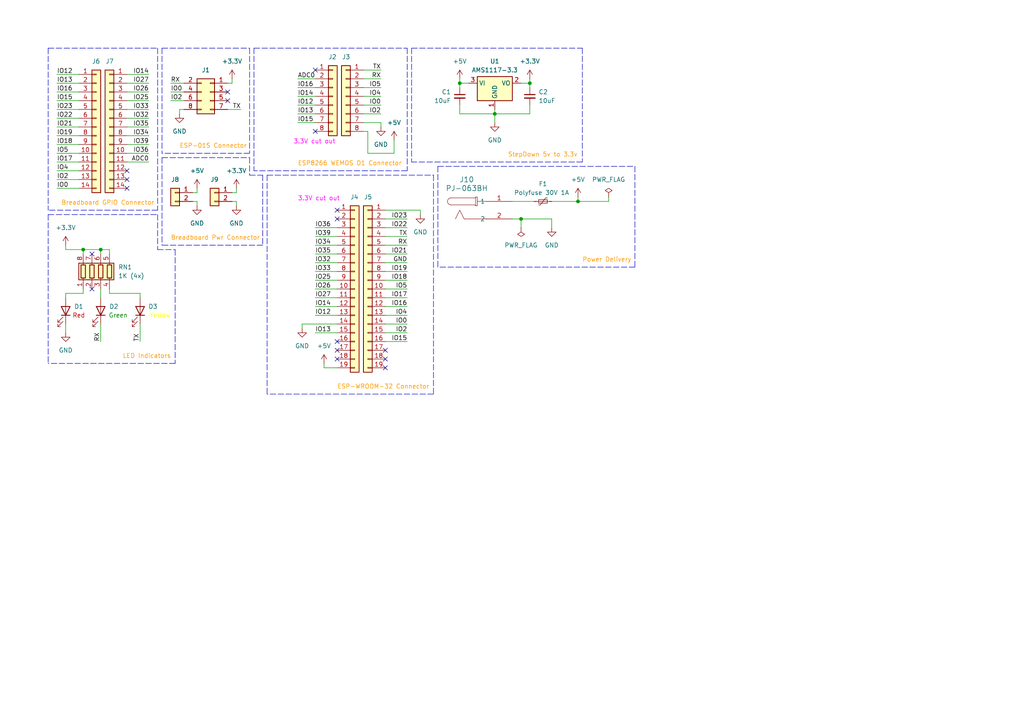
<source format=kicad_sch>
(kicad_sch (version 20230121) (generator eeschema)
  (paper "A4")
  (title_block (title "ESP Breadboard Expander") (date "2023-12-15") (rev "v2.0"))
  (lib_symbols
    (symbol "Adam_Custom_Symbol_CUI_Devices_PJ-063BH:PJ-063BH" (pin_names (offset 0.254))
      (property "Reference" "J" (at -10.16 7.62 0))
      (property "Value" "PJ-063BH" (at -12.7 5.08 0))
      (symbol "PJ-063BH_0_1"
        (arc (start -17.78 1.016) (mid -18.7916 0) (end -17.78 -1.016) (stroke (width 0.127)))
        (polyline (pts (xy -15.24 -2.54) (xy -16.51 -5.08)) (stroke (width 0.127)))
        (polyline (pts (xy -13.97 -5.08) (xy -15.24 -2.54)) (stroke (width 0.127)))
        (polyline (pts (xy -10.668 -1.27) (xy -10.16 -1.27)) (stroke (width 0.127)))
        (polyline (pts (xy -10.668 -1.016) (xy -17.78 -1.016)) (stroke (width 0.127)))
        (polyline (pts (xy -10.668 1.016) (xy -17.78 1.016)) (stroke (width 0.127)))
        (polyline (pts (xy -10.668 1.27) (xy -10.668 -1.27)) (stroke (width 0.127)))
        (polyline (pts (xy -10.16 1.27) (xy -10.668 1.27)) (stroke (width 0.127)))
        (polyline (pts (xy -10.16 1.27) (xy -10.16 -1.27)) (stroke (width 0.127)))
        (polyline (pts (xy -7.62 -5.08) (xy -13.97 -5.08)) (stroke (width 0.127)))
        (polyline (pts (xy -7.62 0) (xy -10.16 0)) (stroke (width 0.127)))
        (pin unspecified line (at 0 0 180) (length 7.62) (name "1") (number "1"))
        (pin unspecified line (at 0 -5.08 180) (length 7.62) (name "2") (number "2"))
      )
    )
    (symbol "Connector_Generic:Conn_01x02" (pin_names (offset 1.016) hide)
      (property "Reference" "J" (at 0 2.54 0))
      (property "Value" "Conn_01x02" (at 0 -5.08 0))
      (symbol "Conn_01x02_1_1"
        (rectangle (start -1.27 -2.413) (end 0 -2.667) (stroke (width 0.1524)))
        (rectangle (start -1.27 0.127) (end 0 -0.127) (stroke (width 0.1524)))
        (rectangle (start -1.27 1.27) (end 1.27 -3.81) (stroke (width 0.254)) (fill (type background)))
        (pin passive line (at -5.08 0 0) (length 3.81) (name "Pin_1") (number "1"))
        (pin passive line (at -5.08 -2.54 0) (length 3.81) (name "Pin_2") (number "2"))
      )
    )
    (symbol "Connector_Generic:Conn_01x08" (pin_names (offset 1.016) hide)
      (property "Reference" "J" (at 0 10.16 0))
      (property "Value" "Conn_01x08" (at 0 -12.7 0))
      (symbol "Conn_01x08_1_1"
        (rectangle (start -1.27 -10.033) (end 0 -10.287) (stroke (width 0.1524)))
        (rectangle (start -1.27 -7.493) (end 0 -7.747) (stroke (width 0.1524)))
        (rectangle (start -1.27 -4.953) (end 0 -5.207) (stroke (width 0.1524)))
        (rectangle (start -1.27 -2.413) (end 0 -2.667) (stroke (width 0.1524)))
        (rectangle (start -1.27 0.127) (end 0 -0.127) (stroke (width 0.1524)))
        (rectangle (start -1.27 2.667) (end 0 2.413) (stroke (width 0.1524)))
        (rectangle (start -1.27 5.207) (end 0 4.953) (stroke (width 0.1524)))
        (rectangle (start -1.27 7.747) (end 0 7.493) (stroke (width 0.1524)))
        (rectangle (start -1.27 8.89) (end 1.27 -11.43) (stroke (width 0.254)) (fill (type background)))
        (pin passive line (at -5.08 7.62 0) (length 3.81) (name "Pin_1") (number "1"))
        (pin passive line (at -5.08 5.08 0) (length 3.81) (name "Pin_2") (number "2"))
        (pin passive line (at -5.08 2.54 0) (length 3.81) (name "Pin_3") (number "3"))
        (pin passive line (at -5.08 0 0) (length 3.81) (name "Pin_4") (number "4"))
        (pin passive line (at -5.08 -2.54 0) (length 3.81) (name "Pin_5") (number "5"))
        (pin passive line (at -5.08 -5.08 0) (length 3.81) (name "Pin_6") (number "6"))
        (pin passive line (at -5.08 -7.62 0) (length 3.81) (name "Pin_7") (number "7"))
        (pin passive line (at -5.08 -10.16 0) (length 3.81) (name "Pin_8") (number "8"))
      )
    )
    (symbol "Connector_Generic:Conn_01x14" (pin_names (offset 1.016) hide)
      (property "Reference" "J" (at 0 17.78 0))
      (property "Value" "Conn_01x14" (at 0 -20.32 0))
      (symbol "Conn_01x14_1_1"
        (rectangle (start -1.27 -17.653) (end 0 -17.907) (stroke (width 0.1524)))
        (rectangle (start -1.27 -15.113) (end 0 -15.367) (stroke (width 0.1524)))
        (rectangle (start -1.27 -12.573) (end 0 -12.827) (stroke (width 0.1524)))
        (rectangle (start -1.27 -10.033) (end 0 -10.287) (stroke (width 0.1524)))
        (rectangle (start -1.27 -7.493) (end 0 -7.747) (stroke (width 0.1524)))
        (rectangle (start -1.27 -4.953) (end 0 -5.207) (stroke (width 0.1524)))
        (rectangle (start -1.27 -2.413) (end 0 -2.667) (stroke (width 0.1524)))
        (rectangle (start -1.27 0.127) (end 0 -0.127) (stroke (width 0.1524)))
        (rectangle (start -1.27 2.667) (end 0 2.413) (stroke (width 0.1524)))
        (rectangle (start -1.27 5.207) (end 0 4.953) (stroke (width 0.1524)))
        (rectangle (start -1.27 7.747) (end 0 7.493) (stroke (width 0.1524)))
        (rectangle (start -1.27 10.287) (end 0 10.033) (stroke (width 0.1524)))
        (rectangle (start -1.27 12.827) (end 0 12.573) (stroke (width 0.1524)))
        (rectangle (start -1.27 15.367) (end 0 15.113) (stroke (width 0.1524)))
        (rectangle (start -1.27 16.51) (end 1.27 -19.05) (stroke (width 0.254)) (fill (type background)))
        (pin passive line (at -5.08 15.24 0) (length 3.81) (name "Pin_1") (number "1"))
        (pin passive line (at -5.08 -7.62 0) (length 3.81) (name "Pin_10") (number "10"))
        (pin passive line (at -5.08 -10.16 0) (length 3.81) (name "Pin_11") (number "11"))
        (pin passive line (at -5.08 -12.7 0) (length 3.81) (name "Pin_12") (number "12"))
        (pin passive line (at -5.08 -15.24 0) (length 3.81) (name "Pin_13") (number "13"))
        (pin passive line (at -5.08 -17.78 0) (length 3.81) (name "Pin_14") (number "14"))
        (pin passive line (at -5.08 12.7 0) (length 3.81) (name "Pin_2") (number "2"))
        (pin passive line (at -5.08 10.16 0) (length 3.81) (name "Pin_3") (number "3"))
        (pin passive line (at -5.08 7.62 0) (length 3.81) (name "Pin_4") (number "4"))
        (pin passive line (at -5.08 5.08 0) (length 3.81) (name "Pin_5") (number "5"))
        (pin passive line (at -5.08 2.54 0) (length 3.81) (name "Pin_6") (number "6"))
        (pin passive line (at -5.08 0 0) (length 3.81) (name "Pin_7") (number "7"))
        (pin passive line (at -5.08 -2.54 0) (length 3.81) (name "Pin_8") (number "8"))
        (pin passive line (at -5.08 -5.08 0) (length 3.81) (name "Pin_9") (number "9"))
      )
    )
    (symbol "Connector_Generic:Conn_01x19" (pin_names (offset 1.016) hide)
      (property "Reference" "J" (at 0 25.4 0))
      (property "Value" "Conn_01x19" (at 0 -25.4 0))
      (symbol "Conn_01x19_1_1"
        (rectangle (start -1.27 -22.733) (end 0 -22.987) (stroke (width 0.1524)))
        (rectangle (start -1.27 -20.193) (end 0 -20.447) (stroke (width 0.1524)))
        (rectangle (start -1.27 -17.653) (end 0 -17.907) (stroke (width 0.1524)))
        (rectangle (start -1.27 -15.113) (end 0 -15.367) (stroke (width 0.1524)))
        (rectangle (start -1.27 -12.573) (end 0 -12.827) (stroke (width 0.1524)))
        (rectangle (start -1.27 -10.033) (end 0 -10.287) (stroke (width 0.1524)))
        (rectangle (start -1.27 -7.493) (end 0 -7.747) (stroke (width 0.1524)))
        (rectangle (start -1.27 -4.953) (end 0 -5.207) (stroke (width 0.1524)))
        (rectangle (start -1.27 -2.413) (end 0 -2.667) (stroke (width 0.1524)))
        (rectangle (start -1.27 0.127) (end 0 -0.127) (stroke (width 0.1524)))
        (rectangle (start -1.27 2.667) (end 0 2.413) (stroke (width 0.1524)))
        (rectangle (start -1.27 5.207) (end 0 4.953) (stroke (width 0.1524)))
        (rectangle (start -1.27 7.747) (end 0 7.493) (stroke (width 0.1524)))
        (rectangle (start -1.27 10.287) (end 0 10.033) (stroke (width 0.1524)))
        (rectangle (start -1.27 12.827) (end 0 12.573) (stroke (width 0.1524)))
        (rectangle (start -1.27 15.367) (end 0 15.113) (stroke (width 0.1524)))
        (rectangle (start -1.27 17.907) (end 0 17.653) (stroke (width 0.1524)))
        (rectangle (start -1.27 20.447) (end 0 20.193) (stroke (width 0.1524)))
        (rectangle (start -1.27 22.987) (end 0 22.733) (stroke (width 0.1524)))
        (rectangle (start -1.27 24.13) (end 1.27 -24.13) (stroke (width 0.254)) (fill (type background)))
        (pin passive line (at -5.08 22.86 0) (length 3.81) (name "Pin_1") (number "1"))
        (pin passive line (at -5.08 0 0) (length 3.81) (name "Pin_10") (number "10"))
        (pin passive line (at -5.08 -2.54 0) (length 3.81) (name "Pin_11") (number "11"))
        (pin passive line (at -5.08 -5.08 0) (length 3.81) (name "Pin_12") (number "12"))
        (pin passive line (at -5.08 -7.62 0) (length 3.81) (name "Pin_13") (number "13"))
        (pin passive line (at -5.08 -10.16 0) (length 3.81) (name "Pin_14") (number "14"))
        (pin passive line (at -5.08 -12.7 0) (length 3.81) (name "Pin_15") (number "15"))
        (pin passive line (at -5.08 -15.24 0) (length 3.81) (name "Pin_16") (number "16"))
        (pin passive line (at -5.08 -17.78 0) (length 3.81) (name "Pin_17") (number "17"))
        (pin passive line (at -5.08 -20.32 0) (length 3.81) (name "Pin_18") (number "18"))
        (pin passive line (at -5.08 -22.86 0) (length 3.81) (name "Pin_19") (number "19"))
        (pin passive line (at -5.08 20.32 0) (length 3.81) (name "Pin_2") (number "2"))
        (pin passive line (at -5.08 17.78 0) (length 3.81) (name "Pin_3") (number "3"))
        (pin passive line (at -5.08 15.24 0) (length 3.81) (name "Pin_4") (number "4"))
        (pin passive line (at -5.08 12.7 0) (length 3.81) (name "Pin_5") (number "5"))
        (pin passive line (at -5.08 10.16 0) (length 3.81) (name "Pin_6") (number "6"))
        (pin passive line (at -5.08 7.62 0) (length 3.81) (name "Pin_7") (number "7"))
        (pin passive line (at -5.08 5.08 0) (length 3.81) (name "Pin_8") (number "8"))
        (pin passive line (at -5.08 2.54 0) (length 3.81) (name "Pin_9") (number "9"))
      )
    )
    (symbol "Connector_Generic:Conn_02x04_Odd_Even" (pin_names (offset 1.016) hide)
      (property "Reference" "J" (at 1.27 5.08 0))
      (property "Value" "Conn_02x04_Odd_Even" (at 1.27 -7.62 0))
      (symbol "Conn_02x04_Odd_Even_1_1"
        (rectangle (start -1.27 -4.953) (end 0 -5.207) (stroke (width 0.1524)))
        (rectangle (start -1.27 -2.413) (end 0 -2.667) (stroke (width 0.1524)))
        (rectangle (start -1.27 0.127) (end 0 -0.127) (stroke (width 0.1524)))
        (rectangle (start -1.27 2.667) (end 0 2.413) (stroke (width 0.1524)))
        (rectangle (start -1.27 3.81) (end 3.81 -6.35) (stroke (width 0.254)) (fill (type background)))
        (rectangle (start 3.81 -4.953) (end 2.54 -5.207) (stroke (width 0.1524)))
        (rectangle (start 3.81 -2.413) (end 2.54 -2.667) (stroke (width 0.1524)))
        (rectangle (start 3.81 0.127) (end 2.54 -0.127) (stroke (width 0.1524)))
        (rectangle (start 3.81 2.667) (end 2.54 2.413) (stroke (width 0.1524)))
        (pin passive line (at -5.08 2.54 0) (length 3.81) (name "Pin_1") (number "1"))
        (pin passive line (at 7.62 2.54 180) (length 3.81) (name "Pin_2") (number "2"))
        (pin passive line (at -5.08 0 0) (length 3.81) (name "Pin_3") (number "3"))
        (pin passive line (at 7.62 0 180) (length 3.81) (name "Pin_4") (number "4"))
        (pin passive line (at -5.08 -2.54 0) (length 3.81) (name "Pin_5") (number "5"))
        (pin passive line (at 7.62 -2.54 180) (length 3.81) (name "Pin_6") (number "6"))
        (pin passive line (at -5.08 -5.08 0) (length 3.81) (name "Pin_7") (number "7"))
        (pin passive line (at 7.62 -5.08 180) (length 3.81) (name "Pin_8") (number "8"))
      )
    )
    (symbol "Device:C_Small" (pin_numbers hide) (pin_names (offset 0.254) hide)
      (property "Reference" "C" (at 0.254 1.778 0))
      (property "Value" "C_Small" (at 0.254 -2.032 0))
      (symbol "C_Small_0_1"
        (polyline (pts (xy -1.524 -0.508) (xy 1.524 -0.508)) (stroke (width 0.3302)))
        (polyline (pts (xy -1.524 0.508) (xy 1.524 0.508)) (stroke (width 0.3048)))
      )
      (symbol "C_Small_1_1"
        (pin passive line (at 0 2.54 270) (length 2.032) (name "~") (number "1"))
        (pin passive line (at 0 -2.54 90) (length 2.032) (name "~") (number "2"))
      )
    )
    (symbol "Device:LED" (pin_numbers hide) (pin_names (offset 1.016) hide)
      (property "Reference" "D" (at 0 2.54 0))
      (property "Value" "LED" (at 0 -2.54 0))
      (symbol "LED_0_1"
        (polyline (pts (xy -1.27 -1.27) (xy -1.27 1.27)) (stroke (width 0.254)))
        (polyline (pts (xy -1.27 0) (xy 1.27 0)))
        (polyline (pts (xy 1.27 -1.27) (xy 1.27 1.27) (xy -1.27 0) (xy 1.27 -1.27)) (stroke (width 0.254)))
        (polyline (pts (xy -3.048 -0.762) (xy -4.572 -2.286) (xy -3.81 -2.286) (xy -4.572 -2.286) (xy -4.572 -1.524)))
        (polyline (pts (xy -1.778 -0.762) (xy -3.302 -2.286) (xy -2.54 -2.286) (xy -3.302 -2.286) (xy -3.302 -1.524)))
      )
      (symbol "LED_1_1"
        (pin passive line (at -3.81 0 0) (length 2.54) (name "K") (number "1"))
        (pin passive line (at 3.81 0 180) (length 2.54) (name "A") (number "2"))
      )
    )
    (symbol "Device:Polyfuse_Small" (pin_numbers hide) (pin_names (offset 0))
      (property "Reference" "F" (at -1.905 0 90))
      (property "Value" "Polyfuse_Small" (at 1.905 0 90))
      (symbol "Polyfuse_Small_0_1"
        (rectangle (start -0.508 1.27) (end 0.508 -1.27))
        (polyline (pts (xy 0 2.54) (xy 0 -2.54)))
        (polyline (pts (xy -1.016 1.27) (xy -1.016 0.762) (xy 1.016 -0.762) (xy 1.016 -1.27)))
      )
      (symbol "Polyfuse_Small_1_1"
        (pin passive line (at 0 2.54 270) (length 0.635) (name "~") (number "1"))
        (pin passive line (at 0 -2.54 90) (length 0.635) (name "~") (number "2"))
      )
    )
    (symbol "Device:R_Pack04" (pin_names (offset 0) hide)
      (property "Reference" "RN" (at -7.62 0 90))
      (property "Value" "R_Pack04" (at 5.08 0 90))
      (symbol "R_Pack04_0_1"
        (rectangle (start -6.35 -2.413) (end 3.81 2.413) (stroke (width 0.254)) (fill (type background)))
        (rectangle (start -5.715 1.905) (end -4.445 -1.905) (stroke (width 0.254)))
        (rectangle (start -3.175 1.905) (end -1.905 -1.905) (stroke (width 0.254)))
        (rectangle (start -0.635 1.905) (end 0.635 -1.905) (stroke (width 0.254)))
        (polyline (pts (xy -5.08 -2.54) (xy -5.08 -1.905)))
        (polyline (pts (xy -5.08 1.905) (xy -5.08 2.54)))
        (polyline (pts (xy -2.54 -2.54) (xy -2.54 -1.905)))
        (polyline (pts (xy -2.54 1.905) (xy -2.54 2.54)))
        (polyline (pts (xy 0 -2.54) (xy 0 -1.905)))
        (polyline (pts (xy 0 1.905) (xy 0 2.54)))
        (polyline (pts (xy 2.54 -2.54) (xy 2.54 -1.905)))
        (polyline (pts (xy 2.54 1.905) (xy 2.54 2.54)))
        (rectangle (start 1.905 1.905) (end 3.175 -1.905) (stroke (width 0.254)))
      )
      (symbol "R_Pack04_1_1"
        (pin passive line (at -5.08 -5.08 90) (length 2.54) (name "R1.1") (number "1"))
        (pin passive line (at -2.54 -5.08 90) (length 2.54) (name "R2.1") (number "2"))
        (pin passive line (at 0 -5.08 90) (length 2.54) (name "R3.1") (number "3"))
        (pin passive line (at 2.54 -5.08 90) (length 2.54) (name "R4.1") (number "4"))
        (pin passive line (at 2.54 5.08 270) (length 2.54) (name "R4.2") (number "5"))
        (pin passive line (at 0 5.08 270) (length 2.54) (name "R3.2") (number "6"))
        (pin passive line (at -2.54 5.08 270) (length 2.54) (name "R2.2") (number "7"))
        (pin passive line (at -5.08 5.08 270) (length 2.54) (name "R1.2") (number "8"))
      )
    )
    (symbol "Regulator_Linear:AMS1117-3.3"
      (property "Reference" "U" (at -3.81 3.175 0))
      (property "Value" "AMS1117-3.3" (at 0 3.175 0))
      (symbol "AMS1117-3.3_0_1"
        (rectangle (start -5.08 -5.08) (end 5.08 1.905) (stroke (width 0.254)) (fill (type background)))
      )
      (symbol "AMS1117-3.3_1_1"
        (pin power_in line (at 0 -7.62 90) (length 2.54) (name "GND") (number "1"))
        (pin power_out line (at 7.62 0 180) (length 2.54) (name "VO") (number "2"))
        (pin power_in line (at -7.62 0 0) (length 2.54) (name "VI") (number "3"))
      )
    )
    (symbol "power:+3.3V" (power) (pin_names (offset 0))
      (property "Value" "+3.3V" (at 0 3.556 0))
      (symbol "+3.3V_0_1"
        (polyline (pts (xy -0.762 1.27) (xy 0 2.54)))
        (polyline (pts (xy 0 0) (xy 0 2.54)))
        (polyline (pts (xy 0 2.54) (xy 0.762 1.27)))
      )
      (symbol "+3.3V_1_1"
        (pin power_in line (at 0 0 90) (length 0) hide (name "+3.3V") (number "1"))
      )
    )
    (symbol "power:+5V" (power) (pin_names (offset 0))
      (property "Value" "+5V" (at 0 3.556 0))
      (symbol "+5V_0_1"
        (polyline (pts (xy -0.762 1.27) (xy 0 2.54)))
        (polyline (pts (xy 0 0) (xy 0 2.54)))
        (polyline (pts (xy 0 2.54) (xy 0.762 1.27)))
      )
      (symbol "+5V_1_1"
        (pin power_in line (at 0 0 90) (length 0) hide (name "+5V") (number "1"))
      )
    )
    (symbol "power:GND" (power) (pin_names (offset 0))
      (property "Value" "GND" (at 0 -3.81 0))
      (symbol "GND_0_1"
        (polyline (pts (xy 0 0) (xy 0 -1.27) (xy 1.27 -1.27) (xy 0 -2.54) (xy -1.27 -1.27) (xy 0 -1.27)))
      )
      (symbol "GND_1_1"
        (pin power_in line (at 0 0 270) (length 0) hide (name "GND") (number "1"))
      )
    )
    (symbol "power:PWR_FLAG" (power) (pin_numbers hide) (pin_names (offset 0) hide)
      (property "Value" "PWR_FLAG" (at 0 3.81 0))
      (symbol "PWR_FLAG_0_0"
        (pin power_out line (at 0 0 90) (length 0) (name "pwr") (number "1"))
      )
      (symbol "PWR_FLAG_0_1"
        (polyline (pts (xy 0 0) (xy 0 1.27) (xy -1.016 1.905) (xy 0 2.54) (xy 1.016 1.905) (xy 0 1.27)))
      )
    )
  )
  (junction (at 153.67 24.13))
  (junction (at 143.51 33.02))
  (junction (at 24.13 72.39))
  (junction (at 29.21 72.39))
  (junction (at 167.64 58.42))
  (junction (at 151.13 63.5))
  (junction (at 133.35 24.13))
  (no_connect (at 97.79 60.96))
  (no_connect (at 26.67 73.66))
  (no_connect (at 36.83 49.53))
  (no_connect (at 26.67 83.82))
  (no_connect (at 91.44 38.1))
  (no_connect (at 91.44 20.32))
  (no_connect (at 97.79 99.06))
  (no_connect (at 97.79 101.6))
  (no_connect (at 66.04 26.67))
  (no_connect (at 111.76 106.68))
  (no_connect (at 36.83 54.61))
  (no_connect (at 97.79 63.5))
  (no_connect (at 36.83 52.07))
  (no_connect (at 111.76 104.14))
  (no_connect (at 66.04 29.21))
  (no_connect (at 97.79 104.14))
  (no_connect (at 111.76 101.6))
  (wire (pts (xy 16.51 26.67) (xy 22.86 26.67)))
  (wire (pts (xy 16.51 36.83) (xy 22.86 36.83)))
  (wire (pts (xy 87.63 93.98) (xy 87.63 95.25)))
  (wire (pts (xy 91.44 81.28) (xy 97.79 81.28)))
  (polyline (pts (xy 45.72 13.97) (xy 45.72 60.96)) (stroke (width 0) (type dash)))
  (wire (pts (xy 105.41 30.48) (xy 110.49 30.48)))
  (wire (pts (xy 29.21 93.98) (xy 29.21 99.06)))
  (wire (pts (xy 111.76 76.2) (xy 118.11 76.2)))
  (wire (pts (xy 66.04 31.75) (xy 69.85 31.75)))
  (wire (pts (xy 111.76 60.96) (xy 121.92 60.96)))
  (wire (pts (xy 111.76 81.28) (xy 118.11 81.28)))
  (wire (pts (xy 111.76 91.44) (xy 118.11 91.44)))
  (wire (pts (xy 40.64 85.09) (xy 40.64 86.36)))
  (wire (pts (xy 91.44 91.44) (xy 97.79 91.44)))
  (wire (pts (xy 67.31 58.42) (xy 68.58 58.42)))
  (wire (pts (xy 151.13 63.5) (xy 160.02 63.5)))
  (wire (pts (xy 16.51 49.53) (xy 22.86 49.53)))
  (wire (pts (xy 97.79 93.98) (xy 87.63 93.98)))
  (wire (pts (xy 52.07 31.75) (xy 53.34 31.75)))
  (wire (pts (xy 105.41 35.56) (xy 110.49 35.56)))
  (polyline (pts (xy 13.97 13.97) (xy 13.97 60.96)) (stroke (width 0) (type dash)))
  (wire (pts (xy 36.83 46.99) (xy 43.18 46.99)))
  (polyline (pts (xy 127 48.26) (xy 127 77.47)) (stroke (width 0) (type dash)))
  (polyline (pts (xy 50.8 72.39) (xy 50.8 105.41)) (stroke (width 0) (type dash)))
  (wire (pts (xy 111.76 78.74) (xy 118.11 78.74)))
  (wire (pts (xy 16.51 34.29) (xy 22.86 34.29)))
  (wire (pts (xy 143.51 33.02) (xy 143.51 35.56)))
  (wire (pts (xy 49.53 24.13) (xy 53.34 24.13)))
  (wire (pts (xy 93.98 105.41) (xy 93.98 106.68)))
  (wire (pts (xy 133.35 30.48) (xy 133.35 33.02)))
  (wire (pts (xy 143.51 31.75) (xy 143.51 33.02)))
  (wire (pts (xy 105.41 20.32) (xy 110.49 20.32)))
  (wire (pts (xy 111.76 71.12) (xy 118.11 71.12)))
  (wire (pts (xy 16.51 54.61) (xy 22.86 54.61)))
  (wire (pts (xy 36.83 39.37) (xy 43.18 39.37)))
  (wire (pts (xy 68.58 55.88) (xy 68.58 54.61)))
  (wire (pts (xy 111.76 99.06) (xy 118.11 99.06)))
  (wire (pts (xy 36.83 29.21) (xy 43.18 29.21)))
  (wire (pts (xy 160.02 58.42) (xy 167.64 58.42)))
  (wire (pts (xy 176.53 57.15) (xy 176.53 58.42)))
  (wire (pts (xy 91.44 71.12) (xy 97.79 71.12)))
  (wire (pts (xy 55.88 55.88) (xy 57.15 55.88)))
  (wire (pts (xy 57.15 58.42) (xy 57.15 59.69)))
  (polyline (pts (xy 72.39 44.45) (xy 46.99 44.45)) (stroke (width 0) (type dash)))
  (wire (pts (xy 91.44 68.58) (xy 97.79 68.58)))
  (wire (pts (xy 36.83 31.75) (xy 43.18 31.75)))
  (wire (pts (xy 91.44 96.52) (xy 97.79 96.52)))
  (polyline (pts (xy 46.99 45.72) (xy 46.99 71.12)) (stroke (width 0) (type dash)))
  (polyline (pts (xy 13.97 62.23) (xy 13.97 105.41)) (stroke (width 0) (type dash)))
  (wire (pts (xy 68.58 58.42) (xy 68.58 59.69)))
  (wire (pts (xy 36.83 36.83) (xy 43.18 36.83)))
  (wire (pts (xy 91.44 66.04) (xy 97.79 66.04)))
  (wire (pts (xy 151.13 24.13) (xy 153.67 24.13)))
  (wire (pts (xy 36.83 44.45) (xy 43.18 44.45)))
  (wire (pts (xy 111.76 73.66) (xy 118.11 73.66)))
  (wire (pts (xy 52.07 33.02) (xy 52.07 31.75)))
  (wire (pts (xy 31.75 83.82) (xy 31.75 85.09)))
  (wire (pts (xy 31.75 72.39) (xy 31.75 73.66)))
  (wire (pts (xy 133.35 22.86) (xy 133.35 24.13)))
  (polyline (pts (xy 72.39 50.8) (xy 76.2 50.8)) (stroke (width 0) (type dash)))
  (wire (pts (xy 111.76 93.98) (xy 118.11 93.98)))
  (wire (pts (xy 67.31 24.13) (xy 67.31 22.86)))
  (wire (pts (xy 19.05 85.09) (xy 24.13 85.09)))
  (polyline (pts (xy 45.72 60.96) (xy 13.97 60.96)) (stroke (width 0) (type dash)))
  (polyline (pts (xy 127 48.26) (xy 184.15 48.26)) (stroke (width 0) (type dash)))
  (wire (pts (xy 133.35 24.13) (xy 135.89 24.13)))
  (polyline (pts (xy 73.66 13.97) (xy 73.66 49.53)) (stroke (width 0) (type dash)))
  (wire (pts (xy 167.64 57.15) (xy 167.64 58.42)))
  (wire (pts (xy 143.51 33.02) (xy 153.67 33.02)))
  (wire (pts (xy 16.51 52.07) (xy 22.86 52.07)))
  (wire (pts (xy 86.36 27.94) (xy 91.44 27.94)))
  (polyline (pts (xy 168.91 46.99) (xy 119.38 46.99)) (stroke (width 0) (type dash)))
  (wire (pts (xy 111.76 86.36) (xy 118.11 86.36)))
  (polyline (pts (xy 46.99 45.72) (xy 72.39 45.72)) (stroke (width 0) (type dash)))
  (wire (pts (xy 57.15 55.88) (xy 57.15 54.61)))
  (wire (pts (xy 55.88 58.42) (xy 57.15 58.42)))
  (wire (pts (xy 86.36 35.56) (xy 91.44 35.56)))
  (wire (pts (xy 36.83 26.67) (xy 43.18 26.67)))
  (polyline (pts (xy 168.91 13.97) (xy 168.91 46.99)) (stroke (width 0) (type dash)))
  (polyline (pts (xy 76.2 71.12) (xy 46.99 71.12)) (stroke (width 0) (type dash)))
  (wire (pts (xy 105.41 22.86) (xy 110.49 22.86)))
  (wire (pts (xy 153.67 30.48) (xy 153.67 33.02)))
  (wire (pts (xy 114.3 40.64) (xy 114.3 44.45)))
  (polyline (pts (xy 45.72 72.39) (xy 50.8 72.39)) (stroke (width 0) (type dash)))
  (polyline (pts (xy 118.11 13.97) (xy 118.11 49.53)) (stroke (width 0) (type dash)))
  (wire (pts (xy 106.68 38.1) (xy 106.68 44.45)))
  (wire (pts (xy 133.35 33.02) (xy 143.51 33.02)))
  (polyline (pts (xy 46.99 13.97) (xy 46.99 44.45)) (stroke (width 0) (type dash)))
  (polyline (pts (xy 76.2 50.8) (xy 76.2 71.12)) (stroke (width 0) (type dash)))
  (wire (pts (xy 111.76 83.82) (xy 118.11 83.82)))
  (wire (pts (xy 153.67 24.13) (xy 153.67 25.4)))
  (wire (pts (xy 153.67 22.86) (xy 153.67 24.13)))
  (wire (pts (xy 91.44 88.9) (xy 97.79 88.9)))
  (polyline (pts (xy 119.38 13.97) (xy 119.38 46.99)) (stroke (width 0) (type dash)))
  (wire (pts (xy 24.13 83.82) (xy 24.13 85.09)))
  (wire (pts (xy 111.76 68.58) (xy 118.11 68.58)))
  (wire (pts (xy 151.13 63.5) (xy 151.13 66.04)))
  (polyline (pts (xy 46.99 13.97) (xy 72.39 13.97)) (stroke (width 0) (type dash)))
  (polyline (pts (xy 125.73 114.3) (xy 77.47 114.3)) (stroke (width 0) (type dash)))
  (wire (pts (xy 105.41 25.4) (xy 110.49 25.4)))
  (wire (pts (xy 176.53 58.42) (xy 167.64 58.42)))
  (polyline (pts (xy 125.73 50.8) (xy 125.73 114.3)) (stroke (width 0) (type dash)))
  (wire (pts (xy 133.35 24.13) (xy 133.35 25.4)))
  (wire (pts (xy 19.05 93.98) (xy 19.05 96.52)))
  (wire (pts (xy 105.41 33.02) (xy 110.49 33.02)))
  (polyline (pts (xy 45.72 62.23) (xy 45.72 72.39)) (stroke (width 0) (type dash)))
  (wire (pts (xy 16.51 46.99) (xy 22.86 46.99)))
  (wire (pts (xy 40.64 93.98) (xy 40.64 99.06)))
  (wire (pts (xy 121.92 60.96) (xy 121.92 62.23)))
  (wire (pts (xy 16.51 21.59) (xy 22.86 21.59)))
  (wire (pts (xy 36.83 21.59) (xy 43.18 21.59)))
  (polyline (pts (xy 184.15 77.47) (xy 127 77.47)) (stroke (width 0) (type dash)))
  (wire (pts (xy 19.05 85.09) (xy 19.05 86.36)))
  (wire (pts (xy 111.76 66.04) (xy 118.11 66.04)))
  (wire (pts (xy 19.05 71.12) (xy 19.05 72.39)))
  (wire (pts (xy 106.68 44.45) (xy 114.3 44.45)))
  (wire (pts (xy 110.49 35.56) (xy 110.49 36.83)))
  (wire (pts (xy 49.53 29.21) (xy 53.34 29.21)))
  (wire (pts (xy 16.51 24.13) (xy 22.86 24.13)))
  (polyline (pts (xy 184.15 48.26) (xy 184.15 77.47)) (stroke (width 0) (type dash)))
  (wire (pts (xy 91.44 86.36) (xy 97.79 86.36)))
  (wire (pts (xy 111.76 96.52) (xy 118.11 96.52)))
  (wire (pts (xy 86.36 33.02) (xy 91.44 33.02)))
  (wire (pts (xy 86.36 25.4) (xy 91.44 25.4)))
  (polyline (pts (xy 73.66 13.97) (xy 118.11 13.97)) (stroke (width 0) (type dash)))
  (wire (pts (xy 31.75 85.09) (xy 40.64 85.09)))
  (wire (pts (xy 86.36 30.48) (xy 91.44 30.48)))
  (wire (pts (xy 24.13 72.39) (xy 24.13 73.66)))
  (polyline (pts (xy 72.39 13.97) (xy 72.39 44.45)) (stroke (width 0) (type dash)))
  (wire (pts (xy 67.31 55.88) (xy 68.58 55.88)))
  (polyline (pts (xy 77.47 50.8) (xy 77.47 114.3)) (stroke (width 0) (type dash)))
  (wire (pts (xy 49.53 26.67) (xy 53.34 26.67)))
  (wire (pts (xy 106.68 38.1) (xy 105.41 38.1)))
  (wire (pts (xy 24.13 72.39) (xy 29.21 72.39)))
  (wire (pts (xy 86.36 22.86) (xy 91.44 22.86)))
  (wire (pts (xy 105.41 27.94) (xy 110.49 27.94)))
  (polyline (pts (xy 50.8 105.41) (xy 13.97 105.41)) (stroke (width 0) (type dash)))
  (wire (pts (xy 16.51 31.75) (xy 22.86 31.75)))
  (wire (pts (xy 66.04 24.13) (xy 67.31 24.13)))
  (polyline (pts (xy 118.11 49.53) (xy 73.66 49.53)) (stroke (width 0) (type dash)))
  (wire (pts (xy 148.59 63.5) (xy 151.13 63.5)))
  (wire (pts (xy 29.21 83.82) (xy 29.21 86.36)))
  (wire (pts (xy 111.76 63.5) (xy 118.11 63.5)))
  (wire (pts (xy 160.02 63.5) (xy 160.02 66.04)))
  (wire (pts (xy 36.83 24.13) (xy 43.18 24.13)))
  (wire (pts (xy 16.51 41.91) (xy 22.86 41.91)))
  (wire (pts (xy 36.83 34.29) (xy 43.18 34.29)))
  (wire (pts (xy 91.44 83.82) (xy 97.79 83.82)))
  (wire (pts (xy 91.44 76.2) (xy 97.79 76.2)))
  (wire (pts (xy 29.21 72.39) (xy 31.75 72.39)))
  (polyline (pts (xy 77.47 50.8) (xy 125.73 50.8)) (stroke (width 0) (type dash)))
  (polyline (pts (xy 72.39 45.72) (xy 72.39 50.8)) (stroke (width 0) (type dash)))
  (wire (pts (xy 19.05 72.39) (xy 24.13 72.39)))
  (wire (pts (xy 16.51 44.45) (xy 22.86 44.45)))
  (polyline (pts (xy 119.38 13.97) (xy 168.91 13.97)) (stroke (width 0) (type dash)))
  (wire (pts (xy 29.21 73.66) (xy 29.21 72.39)))
  (wire (pts (xy 16.51 39.37) (xy 22.86 39.37)))
  (wire (pts (xy 91.44 73.66) (xy 97.79 73.66)))
  (wire (pts (xy 91.44 78.74) (xy 97.79 78.74)))
  (wire (pts (xy 36.83 41.91) (xy 43.18 41.91)))
  (wire (pts (xy 93.98 106.68) (xy 97.79 106.68)))
  (wire (pts (xy 148.59 58.42) (xy 154.94 58.42)))
  (polyline (pts (xy 13.97 62.23) (xy 45.72 62.23)) (stroke (width 0) (type dash)))
  (polyline (pts (xy 13.97 13.97) (xy 45.72 13.97)) (stroke (width 0) (type dash)))
  (wire (pts (xy 16.51 29.21) (xy 22.86 29.21)))
  (wire (pts (xy 111.76 88.9) (xy 118.11 88.9)))
  (text "LED Indicators" (at 35.56 104.14 0) (effects (font (size 1.27 1.27)) (justify left bottom)))
  (text "3.3V cut out" (at 86.36 58.42 0) (effects (font (size 1.27 1.27)) (justify left bottom)))
  (text "ESP-01S Connector" (at 52.07 43.18 0) (effects (font (size 1.27 1.27)) (justify left bottom)))
  (text "Power Delivery" (at 168.91 76.2 0) (effects (font (size 1.27 1.27)) (justify left bottom)))
  (text "Breadboard Pwr Connector" (at 49.53 69.85 0) (effects (font (size 1.27 1.27)) (justify left bottom)))
  (text "3.3V cut out" (at 85.09 41.91 0) (effects (font (size 1.27 1.27)) (justify left bottom)))
  (text "StepDown 5v to 3.3v\n" (at 147.32 45.72 0) (effects (font (size 1.27 1.27)) (justify left bottom)))
  (text "ESP8266 WEMOS D1 Connector" (at 86.36 48.26 0) (effects (font (size 1.27 1.27)) (justify left bottom)))
  (text "Breadboard GPIO Connector" (at 17.78 59.69 0) (effects (font (size 1.27 1.27)) (justify left bottom)))
  (text "ESP-WROOM-32 Connector" (at 97.79 113.03 0) (effects (font (size 1.27 1.27)) (justify left bottom)))
  (label "IO26" (at 43.18 26.67 180))
  (label "IO36" (at 91.44 66.04 0))
  (label "IO15" (at 86.36 35.56 0))
  (label "IO19" (at 16.51 39.37 0))
  (label "IO23" (at 16.51 31.75 0))
  (label "IO19" (at 118.11 78.74 180))
  (label "IO27" (at 43.18 24.13 180))
  (label "IO34" (at 43.18 39.37 180))
  (label "RX" (at 29.21 99.06 90))
  (label "IO22" (at 118.11 66.04 180))
  (label "TX" (at 40.64 99.06 90))
  (label "IO39" (at 43.18 41.91 180))
  (label "IO12" (at 16.51 21.59 0))
  (label "IO35" (at 43.18 36.83 180))
  (label "RX" (at 118.11 71.12 180))
  (label "IO14" (at 43.18 21.59 180))
  (label "IO21" (at 16.51 36.83 0))
  (label "RX" (at 49.53 24.13 0))
  (label "IO2" (at 49.53 29.21 0))
  (label "IO5" (at 110.49 25.4 180))
  (label "IO2" (at 110.49 33.02 180))
  (label "IO2" (at 118.11 96.52 180))
  (label "IO5" (at 16.51 44.45 0))
  (label "IO18" (at 16.51 41.91 0))
  (label "IO14" (at 91.44 88.9 0))
  (label "IO17" (at 16.51 46.99 0))
  (label "RX" (at 110.49 22.86 180))
  (label "TX" (at 118.11 68.58 180))
  (label "IO17" (at 118.11 86.36 180))
  (label "TX" (at 110.49 20.32 180))
  (label "IO23" (at 118.11 63.5 180))
  (label "ADC0" (at 43.18 46.99 180))
  (label "IO4" (at 118.11 91.44 180))
  (label "IO25" (at 43.18 29.21 180))
  (label "GND" (at 118.11 76.2 180))
  (label "IO32" (at 91.44 76.2 0))
  (label "ADC0" (at 86.36 22.86 0))
  (label "IO5" (at 118.11 83.82 180))
  (label "IO13" (at 16.51 24.13 0))
  (label "IO12" (at 91.44 91.44 0))
  (label "IO33" (at 43.18 31.75 180))
  (label "IO0" (at 118.11 93.98 180))
  (label "IO0" (at 16.51 54.61 0))
  (label "IO34" (at 91.44 71.12 0))
  (label "IO4" (at 110.49 27.94 180))
  (label "IO26" (at 91.44 83.82 0))
  (label "IO16" (at 118.11 88.9 180))
  (label "IO15" (at 16.51 29.21 0))
  (label "IO4" (at 16.51 49.53 0))
  (label "IO18" (at 118.11 81.28 180))
  (label "IO16" (at 16.51 26.67 0))
  (label "IO21" (at 118.11 73.66 180))
  (label "IO39" (at 91.44 68.58 0))
  (label "IO22" (at 16.51 34.29 0))
  (label "IO27" (at 91.44 86.36 0))
  (label "IO36" (at 43.18 44.45 180))
  (label "IO2" (at 16.51 52.07 0))
  (label "IO16" (at 86.36 25.4 0))
  (label "IO0" (at 49.53 26.67 0))
  (label "IO13" (at 91.44 96.52 0))
  (label "IO35" (at 91.44 73.66 0))
  (label "IO33" (at 91.44 78.74 0))
  (label "IO14" (at 86.36 27.94 0))
  (label "IO12" (at 86.36 30.48 0))
  (label "IO15" (at 118.11 99.06 180))
  (label "IO13" (at 86.36 33.02 0))
  (label "IO25" (at 91.44 81.28 0))
  (label "TX" (at 69.85 31.75 180))
  (label "IO0" (at 110.49 30.48 180))
  (label "IO32" (at 43.18 34.29 180))
  (symbol (lib_id "power:GND") (at 143.51 35.56 0) (unit 1)
    (property "Reference" "#PWR05" (effects hide))
    (property "Value" "GND" (at 143.51 40.64 0))
  )
  (symbol (lib_id "power:GND") (at 19.05 96.52 0) (unit 1)
    (property "Reference" "#PWR01" (effects hide))
    (property "Value" "GND" (at 19.05 101.6 0))
  )
  (symbol (lib_id "Connector_Generic:Conn_01x08") (at 96.52 27.94 0) (unit 1)
    (property "Reference" "J2" (at 95.25 16.51 0) (effects (justify left)))
    (property "Value" "Conn_01x08_Socket" (effects hide))
    (property "Footprint" "Connector_PinSocket_2.54mm:PinSocket_1x08_P2.54mm_Vertical" (effects hide))
  )
  (symbol (lib_id "Connector_Generic:Conn_01x19") (at 106.68 83.82 0) (mirror y) (unit 1)
    (property "Reference" "J5" (at 107.95 57.15 0) (effects (justify left)))
    (property "Value" "Conn_01x19_Socket" (effects hide))
    (property "Footprint" "Connector_PinSocket_2.54mm:PinSocket_1x19_P2.54mm_Vertical" (effects hide))
  )
  (symbol (lib_id "Device:LED") (at 19.05 90.17 270) (mirror x) (unit 1)
    (property "Reference" "D1" (at 22.86 88.9 90))
    (property "Value" "Red" (at 22.86 91.44 90))
    (property "Footprint" "LED_SMD:LED_0603_1608Metric" (effects hide))
    (property "LCSC" "C2286" (effects hide))
  )
  (symbol (lib_id "Device:C_Small") (at 133.35 27.94 0) (mirror y) (unit 1)
    (property "Reference" "C1" (at 130.81 26.6763 0) (effects (justify left)))
    (property "Value" "10uF" (at 130.81 29.2163 0) (effects (justify left)))
    (property "Footprint" "Capacitor_SMD:C_0603_1608Metric" (effects hide))
    (property "LCSC" "C96446" (effects hide))
  )
  (symbol (lib_id "Connector_Generic:Conn_02x04_Odd_Even") (at 60.96 26.67 0) (mirror y) (unit 1)
    (property "Reference" "J1" (at 59.69 20.32 0))
    (property "Value" "Conn_02x04_Odd_Even" (effects hide))
    (property "Footprint" "Connector_PinSocket_2.54mm:PinSocket_2x04_P2.54mm_Vertical" (effects hide))
  )
  (symbol (lib_id "power:GND") (at 87.63 95.25 0) (unit 1)
    (property "Reference" "#PWR015" (effects hide))
    (property "Value" "GND" (at 87.63 100.33 0))
  )
  (symbol (lib_id "Device:LED") (at 29.21 90.17 270) (mirror x) (unit 1)
    (property "Reference" "D2" (at 33.02 88.9 90))
    (property "Value" "Green" (at 34.29 91.44 90))
    (property "Footprint" "LED_SMD:LED_0603_1608Metric" (effects hide))
    (property "LCSC" "C72043" (effects hide))
  )
  (symbol (lib_id "power:GND") (at 68.58 59.69 0) (unit 1)
    (property "Reference" "#PWR018" (effects hide))
    (property "Value" "GND" (at 68.58 64.77 0))
  )
  (symbol (lib_id "Device:LED") (at 40.64 90.17 270) (mirror x) (unit 1)
    (property "Reference" "D3" (at 45.72 88.9 90) (effects (justify right)))
    (property "Value" "Yellow" (at 49.53 91.44 90) (effects (justify right)))
    (property "Footprint" "LED_SMD:LED_0603_1608Metric" (effects hide))
    (property "LCSC" "C72038" (effects hide))
  )
  (symbol (lib_id "Device:Polyfuse_Small") (at 157.48 58.42 90) (unit 1)
    (property "Reference" "F1" (at 158.75 53.34 90) (effects (justify left)))
    (property "Value" "Polyfuse 30V 1A" (at 165.1 55.88 90) (effects (justify left)))
    (property "Footprint" "Adam_Custom_Footprints:Fuse_1812_4532Metric" (effects hide))
    (property "Datasheet" "https://datasheet.lcsc.com/lcsc/2304140030_RUILON-Shenzhen-Ruilongyuan-Elec-SMD1812P050TF-30_C12559.pdf" (effects hide))
    (property "LCSC" "C12559" (effects hide))
  )
  (symbol (lib_id "power:+5V") (at 133.35 22.86 0) (unit 1)
    (property "Reference" "#PWR04" (effects hide))
    (property "Value" "+5V" (at 133.35 17.78 0))
  )
  (symbol (lib_id "Connector_Generic:Conn_01x19") (at 102.87 83.82 0) (unit 1)
    (property "Reference" "J4" (at 101.6 57.15 0) (effects (justify left)))
    (property "Value" "Conn_01x19_Socket" (effects hide))
    (property "Footprint" "Connector_PinSocket_2.54mm:PinSocket_1x19_P2.54mm_Vertical" (effects hide))
  )
  (symbol (lib_id "Connector_Generic:Conn_01x02") (at 50.8 55.88 0) (mirror y) (unit 1)
    (property "Reference" "J8" (at 50.8 52.07 0))
    (property "Value" "Conn_01x02_Socket" (effects hide))
    (property "Footprint" "Connector_PinSocket_2.54mm:PinSocket_1x02_P2.54mm_Vertical" (effects hide))
  )
  (symbol (lib_id "Device:R_Pack04") (at 29.21 78.74 0) (unit 1)
    (property "Reference" "RN1" (at 34.29 77.47 0) (effects (justify left)))
    (property "Value" "1K (4x)" (at 34.29 80.01 0) (effects (justify left)))
    (property "Footprint" "Resistor_SMD:R_Array_Convex_4x0603" (effects hide))
    (property "LCSC" "C20197" (effects hide))
  )
  (symbol (lib_id "power:+5V") (at 114.3 40.64 0) (unit 1)
    (property "Reference" "#PWR012" (effects hide))
    (property "Value" "+5V" (at 114.3 35.56 0))
  )
  (symbol (lib_id "Connector_Generic:Conn_01x14") (at 31.75 36.83 0) (mirror y) (unit 1)
    (property "Reference" "J7" (at 33.02 17.78 0) (effects (justify left)))
    (property "Value" "Conn_01x14_Pin" (effects hide))
    (property "Footprint" "Adam_Custom_Footprints:PinHeader_1x14_P2.54mm_Vertical_UpSideDown" (effects hide))
  )
  (symbol (lib_id "Adam_Custom_Symbol_CUI_Devices_PJ-063BH:PJ-063BH") (at 148.59 58.42 0) (unit 1)
    (property "Reference" "J10" (at 135.3842 52.07 0) (effects (font (size 1.524 1.524))))
    (property "Value" "PJ-063BH" (at 135.3842 54.61 0) (effects (font (size 1.524 1.524))))
    (property "Footprint" "Adam_Custom_Footprints:DC_Power_Jack_PJ-063BH" (effects hide))
    (property "Datasheet" "https://www.mouser.com/datasheet/2/670/pj_063bh-1778662.pdf" (effects hide))
  )
  (symbol (lib_id "Connector_Generic:Conn_01x08") (at 100.33 27.94 0) (mirror y) (unit 1)
    (property "Reference" "J3" (at 101.6 16.51 0) (effects (justify left)))
    (property "Value" "Conn_01x08_Socket" (effects hide))
    (property "Footprint" "Connector_PinSocket_2.54mm:PinSocket_1x08_P2.54mm_Vertical" (effects hide))
  )
  (symbol (lib_id "power:+5V") (at 167.64 57.15 0) (unit 1)
    (property "Reference" "#PWR021" (effects hide))
    (property "Value" "+5V" (at 167.64 52.07 0))
  )
  (symbol (lib_id "power:GND") (at 110.49 36.83 0) (unit 1)
    (property "Reference" "#PWR011" (effects hide))
    (property "Value" "GND" (at 110.49 41.91 0))
  )
  (symbol (lib_id "power:PWR_FLAG") (at 151.13 66.04 180) (unit 1)
    (property "Reference" "#FLG03" (effects hide))
    (property "Value" "PWR_FLAG" (at 151.13 71.12 0))
  )
  (symbol (lib_id "power:+3.3V") (at 67.31 22.86 0) (unit 1)
    (property "Reference" "#PWR010" (effects hide))
    (property "Value" "+3.3V" (at 67.31 17.78 0))
  )
  (symbol (lib_id "power:GND") (at 160.02 66.04 0) (unit 1)
    (property "Reference" "#PWR02" (effects hide))
    (property "Value" "GND" (at 160.02 71.12 0))
  )
  (symbol (lib_id "power:PWR_FLAG") (at 176.53 57.15 0) (unit 1)
    (property "Reference" "#FLG04" (effects hide))
    (property "Value" "PWR_FLAG" (at 176.53 52.07 0))
  )
  (symbol (lib_id "power:GND") (at 57.15 59.69 0) (unit 1)
    (property "Reference" "#PWR08" (effects hide))
    (property "Value" "GND" (at 57.15 64.77 0))
  )
  (symbol (lib_id "power:+5V") (at 57.15 54.61 0) (unit 1)
    (property "Reference" "#PWR017" (effects hide))
    (property "Value" "+5V" (at 57.15 49.53 0))
  )
  (symbol (lib_id "power:+3.3V") (at 19.05 71.12 0) (unit 1)
    (property "Reference" "#PWR03" (effects hide))
    (property "Value" "+3.3V" (at 19.05 66.04 0))
  )
  (symbol (lib_id "power:GND") (at 121.92 62.23 0) (unit 1)
    (property "Reference" "#PWR014" (effects hide))
    (property "Value" "GND" (at 121.92 67.31 0))
  )
  (symbol (lib_id "Device:C_Small") (at 153.67 27.94 0) (unit 1)
    (property "Reference" "C2" (at 156.21 26.6763 0) (effects (justify left)))
    (property "Value" "10uF" (at 156.21 29.2163 0) (effects (justify left)))
    (property "Footprint" "Capacitor_SMD:C_0603_1608Metric" (effects hide))
    (property "LCSC" "C96446" (effects hide))
  )
  (symbol (lib_id "power:GND") (at 52.07 33.02 0) (unit 1)
    (property "Reference" "#PWR09" (effects hide))
    (property "Value" "GND" (at 52.07 38.1 0))
  )
  (symbol (lib_id "power:+5V") (at 93.98 105.41 0) (unit 1)
    (property "Reference" "#PWR016" (effects hide))
    (property "Value" "+5V" (at 93.98 100.33 0))
  )
  (symbol (lib_id "Regulator_Linear:AMS1117-3.3") (at 143.51 24.13 0) (unit 1)
    (property "Reference" "U1" (at 143.51 17.78 0))
    (property "Value" "AMS1117-3.3" (at 143.51 20.32 0))
    (property "Footprint" "Package_TO_SOT_SMD:SOT-223-3_TabPin2" (effects hide))
    (property "Datasheet" "http://www.advanced-monolithic.com/pdf/ds1117.pdf" (effects hide))
    (property "LCSC" "C6186" (effects hide))
  )
  (symbol (lib_id "power:+3.3V") (at 68.58 54.61 0) (unit 1)
    (property "Reference" "#PWR06" (effects hide))
    (property "Value" "+3.3V" (at 68.58 49.53 0))
  )
  (symbol (lib_id "Connector_Generic:Conn_01x14") (at 27.94 36.83 0) (unit 1)
    (property "Reference" "J6" (at 26.67 17.78 0) (effects (justify left)))
    (property "Value" "Conn_01x14_Pin" (effects hide))
    (property "Footprint" "Adam_Custom_Footprints:PinHeader_1x14_P2.54mm_Vertical_UpSideDown" (effects hide))
  )
  (symbol (lib_id "Connector_Generic:Conn_01x02") (at 62.23 55.88 0) (mirror y) (unit 1)
    (property "Reference" "J9" (at 62.23 52.07 0))
    (property "Value" "Conn_01x02_Socket" (effects hide))
    (property "Footprint" "Connector_PinSocket_2.54mm:PinSocket_1x02_P2.54mm_Vertical" (effects hide))
  )
  (symbol (lib_id "power:+3.3V") (at 153.67 22.86 0) (unit 1)
    (property "Reference" "#PWR019" (effects hide))
    (property "Value" "+3.3V" (at 153.67 17.78 0))
  )
)
</source>
